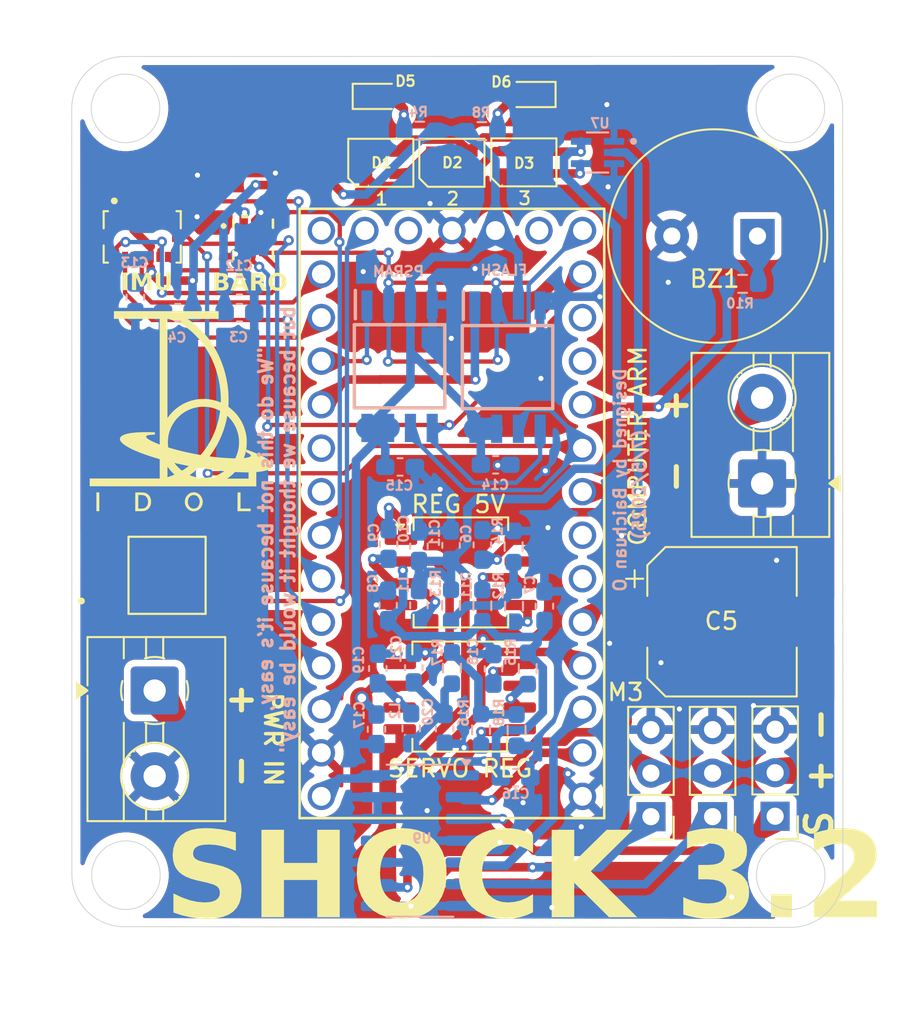
<source format=kicad_pcb>
(kicad_pcb (version 20241229) (generator "pcbnew") (generator_version "9.0")
  (layers (0 "F.Cu" signal) (2 "B.Cu" signal) (13 "F.Paste" user) (15 "B.Paste" user) (5 "F.SilkS" user "F.Silkscreen") (7 "B.SilkS" user "B.Silkscreen") (1 "F.Mask" user) (3 "B.Mask" user) (25 "Edge.Cuts" user))
  (net 0 "")
  (net 1 "Net-(BZ1-+)")
  (net 2 "GND")
  (net 3 "+5V")
  (net 4 "+3V3")
  (net 5 "Net-(D1-DIN)")
  (net 7 "Net-(D2-DIN)")
  (net 8 "Net-(D3-DIN)")
  (net 9 "Net-(D5-A)")
  (net 10 "Net-(D6-A)")
  (net 11 "+BATT")
  (net 12 "/ARM")
  (net 13 "Net-(M1-PWM)")
  (net 14 "Net-(M2-PWM)")
  (net 15 "Net-(M3-PWM)")
  (net 16 "/OnOff")
  (net 17 "/BUZZER")
  (net 18 "/MOSI")
  (net 19 "/BARO_INT")
  (net 20 "/MISO")
  (net 21 "/CS_GYRO")
  (net 22 "/CS_FLASH")
  (net 24 "/LED")
  (net 25 "/GYRO_INT")
  (net 27 "/CS_ACCEL")
  (net 28 "/CS_PSRAM")
  (net 29 "/CS_BARO")
  (net 30 "/ACCEL_INT")
  (net 31 "/SERVO1")
  (net 32 "/SERVO2")
  (net 33 "/SERVO3")
  (net 34 "/SCK")
  (net 40 "+5V_SERVO")
  (net 43 "Net-(U4-VCC)")
  (net 48 "Net-(U4-BOOT)")
  (net 49 "Net-(U4-SW)")
  (net 50 "Net-(U8-VCC)")
  (net 51 "Net-(U8-SW)")
  (net 52 "Net-(U8-BOOT)")
  (net 53 "Net-(U4-EN)")
  (net 54 "Net-(U4-FB)")
  (net 55 "Net-(R12-Pad1)")
  (net 56 "Net-(U8-EN)")
  (net 57 "Net-(R16-Pad1)")
  (net 58 "Net-(U8-FB)")
  (footprint "Package_SO:SOIC-8_5.3x6.2mm_P1.27mm" (layer "F.Cu") (at 129.478934 87.730001)
    (property "Reference" "U8" (hide yes))
    (property "Value" "RT8299A" (hide yes))
  )
  (footprint "LED_SMD:LED_0603_1608Metric" (layer "F.Cu") (at 124.72 52.7)
    (property "Reference" "D5" (hide yes))
    (property "Value" "LED" (hide yes))
  )
  (footprint "LED_SMD:LED_SK6805_PLCC4_2.4x2.7mm_P1.3mm" (layer "F.Cu") (at 124.875 56.575)
    (property "Reference" "D1" (hide yes))
    (property "Value" "SK6812MINI" (hide yes))
  )
  (footprint "Bai:Teensy4.0" (layer "F.Cu") (at 129.025 77.04 180)
    (property "Reference" "U1" (hide yes))
    (property "Value" "Teensy 4.0" (hide yes))
  )
  (footprint "Capacitor_SMD:CP_Elec_8x10.5" (layer "F.Cu") (at 144.79 83.36)
    (property "Reference" "C5")
    (property "Value" "100uF")
  )
  (footprint "Bai:SW_TL3305BF160QG" (layer "F.Cu") (at 112.4 80.65)
    (property "Reference" "On/Off1" (hide yes))
    (property "Value" "TL3305BF160QG" (hide yes))
  )
  (footprint "Connector_PinHeader_2.54mm:PinHeader_1x03_P2.54mm_Vertical" (layer "F.Cu") (at 144.24 94.735 180)
    (property "Reference" "M2" (hide yes))
    (property "Value" "Motor_Servo" (hide yes))
  )
  (footprint "BMP390:BMP390SMT" (layer "F.Cu") (at 117.425 61.05)
    (property "Reference" "U2" (hide yes))
    (property "Value" "BMP390" (hide yes))
  )
  (footprint "TerminalBlock:TerminalBlock_MaiXu_MX126-5.0-02P_1x02_P5.00mm" (layer "F.Cu") (at 111.675 87.375 -90)
    (property "Reference" "J1" (hide yes))
    (property "Value" "PWR IN")
  )
  (footprint "LED_SMD:LED_0603_1608Metric" (layer "F.Cu") (at 133.59 52.59 180)
    (property "Reference" "D6" (hide yes))
    (property "Value" "LED" (hide yes))
  )
  (footprint "Logos:THICC LOGO" (layer "F.Cu") (at 112.631776 70.34782)
    (property "Reference" "G***" (hide yes))
    (property "Value" "LOGO" (hide yes))
  )
  (footprint "LED_SMD:LED_SK6805_PLCC4_2.4x2.7mm_P1.3mm" (layer "F.Cu") (at 129.025 56.575)
    (property "Reference" "D2" (hide yes))
    (property "Value" "SK6812MINI" (hide yes))
  )
  (footprint "Connector_PinHeader_2.54mm:PinHeader_1x03_P2.54mm_Vertical" (layer "F.Cu") (at 140.639999 94.735001 180)
    (property "Reference" "M3")
    (property "Value" "Motor_Servo" (hide yes))
  )
  (footprint "Connector_PinHeader_2.54mm:PinHeader_1x03_P2.54mm_Vertical" (layer "F.Cu") (at 147.889999 94.71 180)
    (property "Reference" "M1" (hide yes))
    (property "Value" "Motor_Servo" (hide yes))
  )
  (footprint "Bai:BMI088SMT" (layer "F.Cu") (at 110.95 60.9)
    (property "Reference" "U3" (hide yes))
    (property "Value" "BMI088" (hide yes))
  )
  (footprint "Buzzer_Beeper:Buzzer_TDK_PS1240P02BT_D12.2mm_H6.5mm" (layer "F.Cu") (at 146.86 60.85 180)
    (property "Reference" "BZ1")
    (property "Value" "Buzzer" (hide yes))
  )
  (footprint "Package_SO:SOIC-8_5.3x6.2mm_P1.27mm" (layer "F.Cu") (at 129.55 80.48)
    (property "Reference" "U4" (hide yes))
    (property "Value" "RT8299A" (hide yes))
  )
  (footprint "TerminalBlock:TerminalBlock_MaiXu_MX126-5.0-02P_1x02_P5.00mm" (layer "F.Cu") (at 147.13 75.29 90)
    (property "Reference" "J2" (hide yes))
    (property "Value" "COMPUTER ARM")
  )
  (footprint "LED_SMD:LED_SK6805_PLCC4_2.4x2.7mm_P1.3mm" (layer "F.Cu") (at 133.225 56.55)
    (property "Reference" "D3" (hide yes))
    (property "Value" "SK6812MINI" (hide yes))
  )
  (footprint "Resistor_SMD:R_0603_1608Metric_Pad0.98x0.95mm_HandSolder" (layer "B.Cu") (at 130.8 82.424998 -90)
    (property "Reference" "R11")
    (property "Value" "100K")
  )
  (footprint "Bai:SOT65P210X110-5N" (layer "B.Cu") (at 137.525 55.975 180)
    (property "Reference" "U7")
    (property "Value" "SN74AHCT1G125DCKR" (hide yes))
  )
  (footprint "Capacitor_SMD:C_0603_1608Metric_Pad1.08x0.95mm_HandSolder" (layer "B.Cu") (at 132.74 92.457499 180)
    (property "Reference" "C16")
    (property "Value" "1uF")
  )
  (footprint "Capacitor_SMD:C_0603_1608Metric_Pad1.08x0.95mm_HandSolder" (layer "B.Cu") (at 131.575 74.2)
    (property "Reference" "C14")
    (property "Value" "0.1uF" (hide yes))
  )
  (footprint "Capacitor_SMD:C_0603_1608Metric_Pad1.08x0.95mm_HandSolder" (layer "B.Cu") (at 127.1 78.949998 -90)
    (property "Reference" "C10")
    (property "Value" "22uF")
  )
  (footprint "Capacitor_SMD:C_0603_1608Metric_Pad1.08x0.95mm_HandSolder" (layer "B.Cu") (at 134.425 82.449998 -90)
    (property "Reference" "C7")
    (property "Value" "1uF" (hide yes))
  )
  (footprint "Capacitor_SMD:C_0603_1608Metric_Pad1.08x0.95mm_HandSolder" (layer "B.Cu") (at 125.3 82.399998 -90)
    (property "Reference" "C8")
    (property "Value" "1uF")
  )
  (footprint "Resistor_SMD:R_0603_1608Metric_Pad0.98x0.95mm_HandSolder" (layer "B.Cu") (at 132.65 82.449998 -90)
    (property "Reference" "R12")
    (property "Value" "18k")
  )
  (footprint "Resistor_SMD:R_0603_1608Metric_Pad0.98x0.95mm_HandSolder" (layer "B.Cu") (at 132.625 78.974998 -90)
    (property "Reference" "R14")
    (property "Value" "5.1k")
  )
  (footprint "Bai:SOIC127P790X216-8N" (layer "B.Cu") (at 125.97 68.45 -90)
    (property "Reference" "U6" (hide yes))
    (property "Value" "PSRAM - APS6404L_3SQR" (hide yes))
  )
  (footprint "Resistor_SMD:R_0603_1608Metric_Pad0.98x0.95mm_HandSolder" (layer "B.Cu") (at 145.99 63.64)
    (property "Reference" "R10")
    (property "Value" "50R" (hide yes))
  )
  (footprint "Capacitor_SMD:C_0603_1608Metric_Pad1.08x0.95mm_HandSolder" (layer "B.Cu") (at 116.625 65.325)
    (property "Reference" "C3")
    (property "Value" "0.1uF" (hide yes))
  )
  (footprint "Resistor_SMD:R_0603_1608Metric_Pad0.98x0.95mm_HandSolder" (layer "B.Cu") (at 128.975 82.399998 90)
    (property "Reference" "R13")
    (property "Value" "27k")
  )
  (footprint "Resistor_SMD:R_0603_1608Metric_Pad0.98x0.95mm_HandSolder" (layer "B.Cu") (at 133.45 86.087501 90)
    (property "Reference" "R15")
    (property "Value" "100K")
  )
  (footprint "Capacitor_SMD:C_0603_1608Metric_Pad1.08x0.95mm_HandSolder" (layer "B.Cu") (at 124.625 89.637501 90)
    (property "Reference" "C17")
    (property "Value" "1uF")
  )
  (footprint "Capacitor_SMD:C_0603_1608Metric_Pad1.08x0.95mm_HandSolder" (layer "B.Cu") (at 126.8 86.037501 -90)
    (property "Reference" "C21")
    (property "Value" "22uF")
  )
  (footprint "Capacitor_SMD:C_0603_1608Metric_Pad1.08x0.95mm_HandSolder" (layer "B.Cu") (at 128.6 89.612501 90)
    (property "Reference" "C20")
    (property "Value" "22uF")
  )
  (footprint "Package_SO:SOIC-14_3.9x8.7mm_P1.27mm" (layer "B.Cu") (at 127.16 96.1375 180)
    (property "Reference" "U9")
    (property "Value" "SN74HCT125DR" (hide yes))
  )
  (footprint "Capacitor_SMD:C_0603_1608Metric_Pad1.08x0.95mm_HandSolder" (layer "B.Cu") (at 110.55 64.425 -90)
    (property "Reference" "C13")
    (property "Value" "0.1uF")
  )
  (footprint "Inductor_SMD:L_0603_1608Metric_Pad1.05x0.95mm_HandSolder" (layer "B.Cu") (at 127.1 82.399998 90)
    (property "Reference" "L1")
    (property "Value" "6.8uH" (hide yes))
  )
  (footprint "Capacitor_SMD:C_0603_1608Metric_Pad1.08x0.95mm_HandSolder" (layer "B.Cu") (at 128.975 78.899998 -90)
    (property "Reference" "C11")
    (property "Value" "22uF")
  )
  (footprint "Resistor_SMD:R_0603_1608Metric_Pad0.98x0.95mm_HandSolder" (layer "B.Cu") (at 127.15 54.7 180)
    (property "Reference" "R4")
    (property "Value" "68R" (hide yes))
  )
  (footprint "Capacitor_SMD:C_0603_1608Metric_Pad1.08x0.95mm_HandSolder" (layer "B.Cu") (at 126 74.325)
    (property "Reference" "C15")
    (property "Value" "0.1uF" (hide yes))
  )
  (footprint "Capacitor_SMD:C_0603_1608Metric_Pad1.08x0.95mm_HandSolder" (layer "B.Cu") (at 125.325 78.824998 90)
    (property "Reference" "C9")
    (property "Value" "0.1uF")
  )
  (footprint "Resistor_SMD:R_0603_1608Metric_Pad0.98x0.95mm_HandSolder" (layer "B.Cu") (at 132.8 89.687501 90)
    (property "Reference" "R18")
    (property "Value" "5.1k")
  )
  (footprint "Resistor_SMD:R_0603_1608Metric_Pad0.98x0.95mm_HandSolder" (layer "B.Cu") (at 129.025 86.062501 -90)
    (property "Reference" "R17")
    (property "Value" "27k")
  )
  (footprint "Inductor_SMD:L_0603_1608Metric_Pad1.05x0.95mm_HandSolder" (layer "B.Cu") (at 126.65 89.587501 -90)
    (property "Reference" "L2")
    (property "Value" "6.8uH")
  )
  (footprint "Capacitor_SMD:C_0603_1608Metric_Pad1.08x0.95mm_HandSolder" (layer "B.Cu") (at 113.025 65.325 180)
    (property "Reference" "C4")
    (property "Value" "0.1uF" (hide yes))
  )
  (footprint "Capacitor_SMD:C_0603_1608Metric_Pad1.08x0.95mm_HandSolder" (layer "B.Cu") (at 130.8 78.874998 -90)
    (property "Reference" "C6")
    (property "Value" "1uF")
  )
  (footprint "Bai:SOIC127P790X216-8N" (layer "B.Cu") (at 132.27 68.5 -90)
    (property "Reference" "U5" (hide yes))
    (property "Value" "Flash_W25Q128JVSQ" (hide yes))
  )
  (footprint "Capacitor_SMD:C_0603_1608Metric_Pad1.08x0.95mm_HandSolder" (layer "B.Cu") (at 124.7 86.087501 90)
    (property "Reference" "C19")
    (property "Value" "0.1uF")
  )
  (footprint "Capacitor_SMD:C_0603_1608Metric_Pad1.08x0.95mm_HandSolder" (layer "B.Cu") (at 116.625 63.75)
    (property "Reference" "C12")
    (property "Value" "0.1uF")
  )
  (footprint "Resistor_SMD:R_0603_1608Metric_Pad0.98x0.95mm_HandSolder" (layer "B.Cu") (at 130.775 54.725)
    (property "Reference" "R8")
    (property "Value" "68R" (hide yes))
  )
  (footprint "Capacitor_SMD:C_0603_1608Metric_Pad1.08x0.95mm_HandSolder" (layer "B.Cu") (at 131.45 86.112501 -90)
    (property "Reference" "C18")
    (property "Value" "1uF")
  )
  (footprint "Resistor_SMD:R_0603_1608Metric_Pad0.98x0.95mm_HandSolder" (layer "B.Cu") (at 130.725 89.662501 -90)
    (property "Reference" "R16")
    (property "Value" "18k")
  )
  (gr_line (start 151.830037 53.41) (end 151.844934 98.15) (stroke (width 0.05)) (layer "Edge.Cuts"))
  (gr_circle (center 110 98.15) (end 112 98.15) (stroke (width 0.05)) (fill no) (layer "Edge.Cuts"))
  (gr_arc (start 151.844934 98.154802) (mid 150.951398 100.304793) (end 148.8 101.194938) (stroke (width 0.05)) (layer "Edge.Cuts"))
  (gr_circle (center 148.775062 53.4) (end 150.775062 53.4) (stroke (width 0.05)) (fill no) (layer "Edge.Cuts"))
  (gr_arc (start 106.836242 53.414652) (mid 107.729795 51.264695) (end 109.881176 50.374516) (stroke (width 0.05)) (layer "Edge.Cuts"))
  (gr_circle (center 148.8 98.15) (end 150.8 98.15) (stroke (width 0.05)) (fill no) (layer "Edge.Cuts"))
  (gr_line (start 148.8 101.194938) (end 109.885198 101.154934) (stroke (width 0.05)) (layer "Edge.Cuts"))
  (gr_arc (start 148.789864 50.365066) (mid 150.939855 51.258602) (end 151.83 53.41) (stroke (width 0.05)) (layer "Edge.Cuts"))
  (gr_arc (start 109.885198 101.154934) (mid 107.735207 100.261398) (end 106.845062 98.11) (stroke (width 0.05)) (layer "Edge.Cuts"))
  (gr_line (start 106.845063 98.11) (end 106.836242 53.414652) (stroke (width 0.05)) (layer "Edge.Cuts"))
  (gr_circle (center 109.975062 53.4) (end 111.975062 53.4) (stroke (width 0.05)) (fill no) (layer "Edge.Cuts"))
  (gr_line (start 109.881176 50.374578) (end 148.784318 50.365067) (stroke (width 0.05)) (layer "Edge.Cuts"))
  (gr_text "SERVO REG" (at 129.5 91.925 0) (layer "F.SilkS") (effects (font (size 1 1))))
  (gr_text "REG 5V" (at 129.4 76.5 0) (layer "F.SilkS") (effects (font (size 1 1))))
  (gr_text "S + - " (at 151.34 96.06 90) (layer "F.SilkS") (effects (font (size 1.5 1.5) (thickness 0.3) (bold yes)) (justify left bottom)))
  (gr_text "BARO" (at 115.025 64.2 0) (layer "F.SilkS") (effects (font (size 1 1) (thickness 0.1875)) (justify left bottom)))
  (gr_text "IMU" (at 109.7 64.175 0) (layer "F.SilkS") (effects (font (size 1 1) (thickness 0.1875)) (justify left bottom)))
  (gr_text "+  - " (at 142.23 73.38 270) (layer "F.SilkS") (effects (font (size 1.5 1.5) (thickness 0.3) (bold yes))))
  (gr_text "SHOCK 3.2" (at 112.225 101.45 0) (layer "F.SilkS") (effects (font (size 5 5) (thickness 0.6) (bold yes)) (justify left bottom)))
  (gr_text "+  - " (at 116.85 90.575 270) (layer "F.SilkS") (effects (font (size 1.5 1.5) (thickness 0.3) (bold yes))))
  (gr_text "{dblquote}We do this not because it's easy,\nbut because we thought it would be easy{dblquote}" (at 118.81 77.97 90) (layer "B.SilkS") (effects (font (size 0.8 0.8) (thickness 0.18) (bold yes)) (justify mirror)))
  (gr_text "PSRAM\n" (at 127.475 63.275 0) (layer "B.SilkS") (effects (font (size 0.6 0.6) (thickness 0.13)) (justify left bottom mirror)))
  (gr_text "Designed by Baichuan O \n(7/5/2025)" (at 140.375 75.35 90) (layer "B.SilkS") (effects (font (size 0.7 0.7) (thickness 0.15) (bold yes)) (justify bottom mirror)))
  (gr_text "FLASH" (at 133.5 63.2 0) (layer "B.SilkS") (effects (font (size 0.6 0.6) (thickness 0.13)) (justify left bottom mirror)))
  (segment (start 146.900785 60.9) (end 146.900785 63.638285) (width 0.5) (layer "B.Cu") (net 1))
  (segment (start 146.900785 63.638285) (end 146.9025 63.64) (width 0.5) (layer "B.Cu") (net 1))
  (segment (start 117.425 60.2626) (end 117.425 59.925) (width 0.25) (layer "F.Cu") (net 2))
  (segment (start 116.424632 61.899632) (end 116.45 61.925) (width 0.25) (layer "F.Cu") (net 2))
  (segment (start 110.95 59.735) (end 110.95 60.257) (width 0.25) (layer "F.Cu") (net 2))
  (segment (start 114.3 57.175) (end 114.175 57.3) (width 0.5) (layer "F.Cu") (net 2))
  (segment (start 118.775 57.225) (end 118.725 57.175) (width 0.5) (layer "F.Cu") (net 2))
  (segment (start 124.93 82.06) (end 125.725 82.06) (width 0.5) (layer "F.Cu") (net 2))
  (segment (start 116.837401 61.925) (end 116.925001 61.8374) (width 0.25) (layer "F.Cu") (net 2))
  (segment (start 127.324 57.926) (end 124.576 57.926) (width 0.5) (layer "F.Cu") (net 2))
  (segment (start 111.95 60.28) (end 111.95 59.735) (width 0.25) (layer "F.Cu") (net 2))
  (segment (start 124.576 57.926) (end 123.875 57.225) (width 0.5) (layer "F.Cu") (net 2))
  (segment (start 114.14 59.735) (end 114.15 59.725) (width 0.25) (layer "F.Cu") (net 2))
  (segment (start 117.425 59.925) (end 117.875 59.475) (width 0.25) (layer "F.Cu") (net 2))
  (segment (start 131.699999 74.228865) (end 134.441134 76.97) (width 0.5) (layer "F.Cu") (net 2))
  (segment (start 116.45 61.925) (end 116.837401 61.925) (width 0.25) (layer "F.Cu") (net 2))
  (segment (start 118.725 57.175) (end 114.3 57.175) (width 0.5) (layer "F.Cu") (net 2))
  (segment (start 131.699999 74.228865) (end 129.741135 74.228865) (width 0.5) (layer "F.Cu") (net 2))
  (segment (start 112.45 59.735) (end 114.14 59.735) (width 0.5) (layer "F.Cu") (net 2))
  (segment (start 124.61 82.38) (end 124.93 82.06) (width 0.5) (layer "F.Cu") (net 2))
  (segment (start 117.425 60.2626) (end 117.924999 60.2626) (width 0.25) (layer "F.Cu") (net 2))
  (segment (start 117.924999 59.524999) (end 117.875 59.475) (width 0.25) (layer "F.Cu") (net 2))
  (segment (start 128.025 57.225) (end 127.324 57.926) (width 0.5) (layer "F.Cu") (net 2))
  (segment (start 132.225 57.2) (end 131.5 57.925) (width 0.5) (layer "F.Cu") (net 2))
  (segment (start 111.924 60.306) (end 111.95 60.28) (width 0.25) (layer "F.Cu") (net 2))
  (segment (start 110.999 60.306) (end 111.924 60.306) (width 0.25) (layer "F.Cu") (net 2))
  (segment (start 123.875 57.225) (end 118.775 57.225) (width 0.5) (layer "F.Cu") (net 2))
  (segment (start 125.725 82.06) (end 126.05 82.385) (width 0.5) (layer "F.Cu") (net 2))
  (segment (start 116.397255 61.899632) (end 116.424632 61.899632) (width 0.25) (layer "F.Cu") (net 2))
  (segment (start 117.924999 60.2626) (end 117.924999 59.524999) (width 0.25) (layer "F.Cu") (net 2))
  (segment (start 110.95 60.257) (end 110.999 60.306) (width 0.25) (layer "F.Cu") (net 2))
  (segment (start 131.5 57.925) (end 128.725 57.925) (width 0.5) (layer "F.Cu") (net 2))
  (segment (start 128.725 57.925) (end 128.025 57.225) (width 0.5) (layer "F.Cu") (net 2))
  (segment (start 129.741135 74.228865) (end 128.34 75.63) (width 0.5) (layer "F.Cu") (net 2))
  (segment (start 134.441134 76.97) (end 137.56 76.97) (width 0.5) (layer "F.Cu") (net 2))
  (segment (start 137.56 76.97) (end 138.93 78.34) (width 0.5) (layer "F.Cu") (net 2))
  (via (at 116.397255 61.899632) (size 0.6) (drill 0.3) (layers "F.Cu" "B.Cu") (net 2))
  (via (at 138.23 84.62) (size 0.6) (drill 0.3) (layers "F.Cu" "B.Cu") (net 2))
  (via (at 145.35 99.425) (size 0.6) (drill 0.3) (layers "F.Cu" "B.Cu") (net 2))
  (via (at 137.66 64.39) (size 0.6) (drill 0.3) (layers "F.Cu" "B.Cu") (net 2))
  (via (at 129.73 90.71) (size 0.6) (drill 0.3) (layers "F.Cu" "B.Cu") (net 2))
  (via (at 127.58 94.38) (size 0.6) (drill 0.3) (layers "F.Cu" "B.Cu") (net 2))
  (via (at 127.75 58.95) (size 0.6) (drill 0.3) (layers "F.Cu" "B.Cu") (net 2))
  (via (at 142.3 88.45) (size 0.6) (drill 0.3) (layers "F.Cu" "B.Cu") (net 2))
  (via (at 138.07 53.18) (size 0.6) (drill 0.3) (layers "F.Cu" "B.Cu") (net 2))
  (via (at 133.18 93.92) (size 0.6) (drill 0.3) (layers "F.Cu" "B.Cu") (net 2))
  (via (at 141.225 85.75) (size 0.6) (drill 0.3) (layers "F.Cu" "B.Cu") (net 2))
  (via (at 147.975 79.775) (size 0.6) (drill 0.3) (layers "F.Cu" "B.Cu") (net 2))
  (via (at 134.63 77.87) (size 0.6) (drill 0.3) (layers "F.Cu" "B.Cu") (net 2))
  (via (at 114.15 59.725) (size 0.6) (drill 0.3) (layers "F.Cu" "B.Cu") (net 2))
  (via (at 128.34 75.63) (size 0.6) (drill 0.3) (layers "F.Cu" "B.Cu") (net 2))
  (via (at 134.22 69.16) (size 0.6) (drill 0.3) (layers "F.Cu" "B.Cu") (net 2))
  (via (at 141.65 63.55) (size 0.6) (drill 0.3) (layers "F.Cu" "B.Cu") (net 2))
  (via (at 138.93 78.34) (size 0.6) (drill 0.3) (layers "F.Cu" "B.Cu") (net 2))
  (via (at 124.61 82.38) (size 0.6) (drill 0.3) (layers "F.Cu" "B.Cu") (net 2))
  (via (at 134.475 74.55) (size 0.6) (drill 0.3) (layers "F.Cu" "B.Cu") (net 2))
  (via (at 146.625 88.25) (size 0.6) (drill 0.3) (layers "F.Cu" "B.Cu") (net 2))
  (via (at 130.375 62.75) (size 0.6) (drill 0.3) (layers "F.Cu" "B.Cu") (net 2))
  (via (at 136.575 95.325) (size 0.6) (drill 0.3) (layers "F.Cu" "B.Cu") (net 2))
  (via (at 117.875 59.475) (size 0.6) (drill 0.3) (layers "F.Cu" "B.Cu") (net 2))
  (via (at 118.725 57.175) (size 0.6) (drill 0.3) (layers "F.Cu" "B.Cu") (net 2))
  (via (at 135.8 92.22) (size 0.6) (drill 0.3) (layers "F.Cu" "B.Cu") (net 2))
  (via (at 138.14 57.98) (size 0.6) (drill 0.3) (layers "F.Cu" "B.Cu") (net 2))
  (via (at 127.47 85.17) (size 0.6) (drill 0.3) (layers "F.Cu" "B.Cu") (net 2))
  (via (at 131.825 96.225) (size 0.6) (drill 0.3) (layers "F.Cu" "B.Cu") (net 2))
  (via (at 131.699999 74.228865) (size 0.6) (drill 0.3) (layers "F.Cu" "B.Cu") (net 2))
  (via (at 123.85 62.925) (size 0.6) (drill 0.3) (layers "F.Cu" "B.Cu") (net 2))
  (via (at 114.175 57.3) (size 0.6) (drill 0.3) (layers "F.Cu" "B.Cu") (net 2))
  (via (at 131.7 77.9) (size 0.6) (drill 0.3) (layers "F.Cu" "B.Cu") (net 2))
  (via (at 130.848776 84.376224) (size 0.6) (drill 0.3) (layers "F.Cu" "B.Cu") (net 2))
  (via (at 134.86 100.04) (size 0.6) (drill 0.3) (layers "F.Cu" "B.Cu") (net 2))
  (via (at 128.99 66.82) (size 0.6) (drill 0.3) (layers "F.Cu" "B.Cu") (net 2))
  (segment (start 118.725 58.625) (end 118.725 57.175) (width 0.5) (layer "B.Cu") (net 2))
  (segment (start 117.4875 64.1375) (end 117.4875 65.325) (width 0.25) (layer "B.Cu") (net 2))
  (segment (start 117.4875 63.5125) (end 117.4875 63.75) (width 0.5) (layer "B.Cu") (net 2))
  (segment (start 130.848776 84.376224) (end 131.45 84.977448) (width 0.5) (layer "B.Cu") (net 2))
  (segment (start 128.1675 75.63) (end 126.8625 74.325) (width 0.5) (layer "B.Cu") (net 2))
  (segment (start 128.34 75.63) (end 128.1675 75.63) (width 0.5) (layer "B.Cu") (net 2))
  (segment (start 117.4875 63.75) (end 117.4875 65.325) (width 0.5) (layer "B.Cu") (net 2))
  (segment (start 116.397255 62.422255) (end 117.4875 63.5125) (width 0.5) (layer "B.Cu") (net 2))
  (segment (start 116.397255 61.899632) (end 116.397255 62.422255) (width 0.5) (layer "B.Cu") (net 2))
  (segment (start 131.45 84.977448) (end 131.45 85.25) (width 0.5) (layer "B.Cu") (net 2))
  (segment (start 131.728864 74.2) (end 131.699999 74.228865) (width 0.5) (layer "B.Cu") (net 2))
  (segment (start 124.822503 81.537497) (end 125.3 81.537497) (width 0.5) (layer "B.Cu") (net 2))
  (segment (start 114.15 59.725) (end 114.15 57.325) (width 0.5) (layer "B.Cu") (net 2))
  (segment (start 134.685 64.39) (end 137.66 64.39) (width 0.5) (layer "B.Cu") (net 2))
  (segment (start 124.61 82.38) (end 124.61 81.75) (width 0.5) (layer "B.Cu") (net 2))
  (segment (start 132.437501 74.2) (end 131.728864 74.2) (width 0.5) (layer "B.Cu") (net 2))
  (segment (start 124.61 81.75) (end 124.822503 81.537497) (width 0.5) (layer "B.Cu") (net 2))
  (segment (start 134.175 64.9) (end 134.685 64.39) (width 0.5) (layer "B.Cu") (net 2))
  (segment (start 112.075001 65.412498) (end 112.162499 65.325) (width 0.5) (layer "B.Cu") (net 2))
  (segment (start 114.15 57.325) (end 114.175 57.3) (width 0.5) (layer "B.Cu") (net 2))
  (segment (start 117.875 59.475) (end 118.725 58.625) (width 0.5) (layer "B.Cu") (net 2))
  (segment (start 133.524 55.099) (end 134.225 55.8) (width 0.5) (layer "F.Cu") (net 3))
  (segment (start 134.250186 55.925186) (end 134.225 55.9) (width 0.5) (layer "F.Cu") (net 3))
  (segment (start 129.324 55.224) (end 130.025 55.925) (width 0.5) (layer "F.Cu") (net 3))
  (segment (start 125.875 55.925) (end 126.576 55.224) (width 0.5) (layer "F.Cu") (net 3))
  (segment (start 130.851 55.099) (end 133.524 55.099) (width 0.5) (layer "F.Cu") (net 3))
  (segment (start 129.81 88.25) (end 129.81 80.65) (width 0.5) (layer "F.Cu") (net 3))
  (segment (start 126.576 55.224) (end 129.324 55.224) (width 0.5) (layer "F.Cu") (net 3))
  (segment (start 126.09 91.97) (end 129.81 88.25) (width 0.5) (layer "F.Cu") (net 3))
  (segment (start 136.54885 55.925186) (end 134.250186 55.925186) (width 0.5) (layer "F.Cu") (net 3))
  (segment (start 130.025 55.925) (end 130.851 55.099) (width 0.5) (layer "F.Cu") (net 3))
  (via (at 136.54885 55.925186) (size 0.6) (drill 0.3) (layers "F.Cu" "B.Cu") (net 3))
  (via (at 126.09 91.97) (size 0.6) (drill 0.3) (layers "F.Cu" "B.Cu") (net 3))
  (via (at 129.81 80.65) (size 0.6) (drill 0.3) (layers "F.Cu" "B.Cu") (net 3))
  (segment (start 127.1 79.812499) (end 128.925 79.812499) (width 0.5) (layer "B.Cu") (net 3))
  (segment (start 129.81 80.597499) (end 128.975 79.762499) (width 0.5) (layer "B.Cu") (net 3))
  (segment (start 127.1 80.999999) (end 127.1 81.524999) (width 0.5) (layer "B.Cu") (net 3))
  (segment (start 128.975 81.078163) (end 128.345065 80.448228) (width 0.5) (layer "B.Cu") (net 3))
  (segment (start 137.564636 74.431) (end 138.65 73.345636) (width 0.5) (layer "B.Cu") (net 3))
  (segment (start 136.565 55.325) (end 136.565 55.909036) (width 0.5) (layer "B.Cu") (net 3))
  (segment (start 135.569 57.294) (end 135.569 56.286804) (width 0.5) (layer "B.Cu") (net 3))
  (segment (start 135.569 56.286804) (end 135.930618 55.925186) (width 0.5) (layer "B.Cu") (net 3))
  (segment (start 128.925 79.812499) (end 128.975 79.762499) (width 0.5) (layer "B.Cu") (net 3))
  (segment (start 129.924 76.726) (end 130.449 76.201) (width 0.5) (layer "B.Cu") (net 3))
  (segment (start 134.417876 76.201) (end 134.493876 76.125) (width 0.5) (layer "B.Cu") (net 3))
  (segment (start 130.449 76.201) (end 133.982124 76.201) (width 0.5) (layer "B.Cu") (net 3))
  (segment (start 124.685 92.3275) (end 125.7325 92.3275) (width 0.5) (layer "B.Cu") (net 3))
  (segment (start 127.651771 80.448228) (end 127.1 80.999999) (width 0.5) (layer "B.Cu") (net 3))
  (segment (start 134.726 75.892876) (end 136.187876 74.431) (width 0.5) (layer "B.Cu") (net 3))
  (segment (start 128.975 79.762499) (end 128.975 81.487498) (width 0.5) (layer "B.Cu") (net 3))
  (segment (start 133.982124 76.201) (end 134.417876 76.201) (width 0.5) (layer "B.Cu") (net 3))
  (segment (start 128.975 79.762499) (end 129.924 78.813499) (width 0.5) (layer "B.Cu") (net 3))
  (segment (start 136.187876 74.431) (end 137.142471 74.431) (width 0.5) (layer "B.Cu") (net 3))
  (segment (start 128.975 81.487498) (end 128.975 81.078163) (width 0.5) (layer "B.Cu") (net 3))
  (segment (start 127.1 81.524999) (end 127.1 79.812499) (width 0.5) (layer "B.Cu") (net 3))
  (segment (start 128.345065 80.448228) (end 127.651771 80.448228) (width 0.5) (layer "B.Cu") (net 3))
  (segment (start 136.565 55.909036) (end 136.54885 55.925186) (width 0.5) (layer "B.Cu") (net 3))
  (segment (start 135.930618 55.925186) (end 136.54885 55.925186) (width 0.5) (layer "B.Cu") (net 3))
  (segment (start 129.924 78.813499) (end 129.924 76.726) (width 0.5) (layer "B.Cu") (net 3))
  (segment (start 129.81 80.65) (end 129.81 80.597499) (width 0.5) (layer "B.Cu") (net 3))
  (segment (start 138.65 73.345636) (end 138.65 60.375) (width 0.5) (layer "B.Cu") (net 3))
  (segment (start 137.142471 74.431) (end 137.564636 74.431) (width 0.5) (layer "B.Cu") (net 3))
  (segment (start 134.493876 76.125) (end 134.726 75.892876) (width 0.5) (layer "B.Cu") (net 3))
  (segment (start 125.7325 92.3275) (end 126.09 91.97) (width 0.5) (layer "B.Cu") (net 3))
  (segment (start 122.445 92.51) (end 121.405 93.55) (width 0.5) (layer "B.Cu") (net 3))
  (segment (start 138.65 60.375) (end 135.569 57.294) (width 0.5) (layer "B.Cu") (net 3))
  (segment (start 124.78 92.51) (end 122.445 92.51) (width 0.5) (layer "B.Cu") (net 3))
  (segment (start 111.4 61.45) (end 111.45 61.45) (width 0.5) (layer "F.Cu") (net 4))
  (segment (start 113.887501 63.45) (end 111.925 63.45) (width 0.5) (layer "F.Cu") (net 4))
  (segment (start 111.45 62.975) (end 111.45 62.7) (width 0.5) (layer "F.Cu") (net 4))
  (segment (start 116.925001 60.512599) (end 116.6376 60.8) (width 0.25) (layer "F.Cu") (net 4))
  (segment (start 117.575 57.875) (end 122.15 57.875) (width 0.5) (layer "F.Cu") (net 4))
  (segment (start 116.925001 60.2626) (end 116.925001 60.512599) (width 0.25) (layer "F.Cu") (net 4))
  (segment (start 122.15 57.875) (end 122.7 58.425) (width 0.5) (layer "F.Cu") (net 4))
  (segment (start 111.45 62.065) (end 111.45 61.45) (width 0.25) (layer "F.Cu") (net 4))
  (segment (start 113.95 63.45) (end 113.887501 63.45) (width 0.5) (layer "F.Cu") (net 4))
  (segment (start 110.45 59.735) (end 110.45 60.5) (width 0.25) (layer "F.Cu") (net 4))
  (segment (start 111.925 63.45) (end 111.45 62.975) (width 0.5) (layer "F.Cu") (net 4))
  (segment (start 111.45 62.065) (end 111.45 62.7) (width 0.25) (layer "F.Cu") (net 4))
  (segment (start 110.45 60.5) (end 111.4 61.45) (width 0.5) (layer "F.Cu") (net 4))
  (segment (start 116.8716 59.5284) (end 116.8716 60.2626) (width 0.5) (layer "F.Cu") (net 4))
  (segment (start 116.925 59.475) (end 116.8716 59.5284) (width 0.5) (layer "F.Cu") (net 4))
  (via (at 111.499 62.975) (size 0.6) (drill 0.3) (layers "F.Cu" "B.Cu") (net 4))
  (via (at 122.7 58.425) (size 0.6) (drill 0.3) (layers "F.Cu" "B.Cu") (net 4))
  (via (at 113.887501 63.45) (size 0.6) (drill 0.3) (layers "F.Cu" "B.Cu") (net 4))
  (via (at 117.575 57.875) (size 0.6) (drill 0.3) (layers "F.Cu" "B.Cu") (net 4))
  (via (at 116.925 59.475) (size 0.6) (drill 0.3) (layers "F.Cu" "B.Cu") (net 4))
  (segment (start 115.7625 63.75) (end 115.696255 63.683755) (width 0.5) (layer "B.Cu") (net 4))
  (segment (start 125.1125 72.2725) (end 125.335 72.05) (width 0.5) (layer "B.Cu") (net 4))
  (segment (start 126.605 69.51) (end 124.065 72.05) (width 0.5) (layer "B.Cu") (net 4))
  (segment (start 116.75 59.475) (end 116.925 59.475) (width 0.5) (layer "B.Cu") (net 4))
  (segment (start 131.565 60.53) (end 131.565 56.4275) (width 0.5) (layer "B.Cu") (net 4))
  (segment (start 113.95 63.387501) (end 113.95 61.5) (width 0.5) (layer "B.Cu") (net 4))
  (segment (start 113.887501 63.45) (end 113.887501 65.325) (width 0.5) (layer "B.Cu") (net 4))
  (segment (start 115.7875 59.6625) (end 116.3625 59.0875) (width 0.5) (layer "B.Cu") (net 4))
  (segment (start 121.405 88.47) (end 123.426 86.449) (width 0.5) (layer "B.Cu") (net 4))
  (segment (start 115.696255 63.683755) (end 115.696255 59.753745) (width 0.5) (layer "B.Cu") (net 4))
  (segment (start 125.1375 74.325) (end 125.1375 73.1225) (width 0.5) (layer "B.Cu") (net 4))
  (segment (start 113.95 61.5) (end 115.7875 59.6625) (width 0.5) (layer "B.Cu") (net 4))
  (segment (start 123.426 73.959) (end 125.335 72.05) (width 0.5) (layer "B.Cu") (net 4))
  (segment (start 116.3625 59.0875) (end 117.575 57.875) (width 0.5) (layer "B.Cu") (net 4))
  (segment (start 127.7875 54.65) (end 127.8625 54.725) (width 0.5) (layer "B.Cu") (net 4))
  (segment (start 123.426 86.449) (end 123.426 73.959) (width 0.5) (layer "B.Cu") (net 4))
  (segment (start 116.3625 59.0875) (end 116.75 59.475) (width 0.5) (layer "B.Cu") (net 4))
  (segment (start 125.1375 73.1225) (end 124.065 72.05) (width 0.5) (layer "B.Cu") (net 4))
  (segment (start 130.712499 74.2) (end 130.712499 72.447499) (width 0.5) (layer "B.Cu") (net 4))
  (segment (start 124.0125 58.425) (end 127.7875 54.65) (width 0.5) (layer "B.Cu") (net 4))
  (segment (start 130.712499 72.447499) (end 130.365 72.1) (width 0.5) (layer "B.Cu") (net 4))
  (segment (start 110.55 63.562499) (end 110.911501 63.562499) (width 0.5) (layer "B.Cu") (net 4))
  (segment (start 127.9 62.075) (end 126.605 63.37) (width 0.5) (layer "B.Cu") (net 4))
  (segment (start 124.065 72.05) (end 125.335 72.05) (width 1.3) (layer "B.Cu") (net 4))
  (segment (start 113.887501 65.325) (end 113.887501 64.362499) (width 0.5) (layer "B.Cu") (net 4))
  (segment (start 113.887501 63.45) (end 113.95 63.387501) (width 0.5) (layer "B.Cu") (net 4))
  (segment (start 130.365 72.1) (end 131.349 72.1) (width 1.3) (layer "B.Cu") (net 4))
  (segment (start 126.605 67.6) (end 126.605 69.51) (width 0.5) (layer "B.Cu") (net 4))
  (segment (start 132.905 61.87) (end 132.905 64.9) (width 0.5) (layer "B.Cu") (net 4))
  (segment (start 122.7 58.425) (end 124.0125 58.425) (width 0.5) (layer "B.Cu") (net 4))
  (segment (start 130.365 71.36) (end 126.605 67.6) (width 0.5) (layer "B.Cu") (net 4))
  (segment (start 126.605 64.85) (end 126.605 67.6) (width 0.5) (layer "B.Cu") (net 4))
  (segment (start 115.696255 59.753745) (end 115.7875 59.6625) (width 0.5) (layer "B.Cu") (net 4))
  (segment (start 131.565 60.53) (end 130.02 62.075) (width 0.5) (layer "B.Cu") (net 4))
  (segment (start 130.02 62.075) (end 127.9 62.075) (width 0.5) (layer "B.Cu") (net 4))
  (segment (start 131.565 60.53) (end 132.905 61.87) (width 0.5) (layer "B.Cu") (net 4))
  (segment (start 131.565 56.4275) (end 129.8625 54.725) (width 0.5) (layer "B.Cu") (net 4))
  (segment (start 126.605 63.37) (end 126.605 64.85) (width 0.5) (layer "B.Cu") (net 4))
  (segment (start 110.911501 63.562499) (end 111.499 62.975) (width 0.5) (layer "B.Cu") (net 4))
  (segment (start 127.8625 54.725) (end 129.8625 54.725) (width 0.5) (layer "B.Cu") (net 4))
  (segment (start 115.7625 63.75) (end 115.7625 65.325) (width 0.5) (layer "B.Cu") (net 4))
  (segment (start 130.365 72.1) (end 130.365 71.36) (width 0.5) (layer "B.Cu") (net 4))
  (segment (start 126.423 57.225) (end 127.723 55.925) (width 0.5) (layer "F.Cu") (net 5))
  (segment (start 127.723 55.925) (end 128.025 55.925) (width 0.5) (layer "F.Cu") (net 5))
  (segment (start 125.875 57.225) (end 126.423 57.225) (width 0.5) (layer "F.Cu") (net 5))
  (segment (start 131.55 55.9) (end 132.225 55.9) (width 0.5) (layer "F.Cu") (net 7))
  (segment (start 130.225 57.225) (end 131.55 55.9) (width 0.5) (layer "F.Cu") (net 7))
  (segment (start 130.025 57.225) (end 130.225 57.225) (width 0.5) (layer "F.Cu") (net 7))
  (segment (start 134.225 57.2) (end 136.5 57.2) (width 0.5) (layer "F.Cu") (net 8))
  (via (at 136.5 57.2) (size 0.6) (drill 0.3) (layers "F.Cu" "B.Cu") (net 8))
  (segment (start 136.5 56.69) (end 136.565 56.625) (width 0.5) (layer "B.Cu") (net 8))
  (segment (start 136.5 57.2) (end 136.5 56.69) (width 0.5) (layer "B.Cu") (net 8))
  (segment (start 126.225 53.4175) (end 126.225 53.775) (width 0.5) (layer "F.Cu") (net 9))
  (segment (start 125.5075 52.7) (end 126.225 53.4175) (width 0.5) (layer "F.Cu") (net 9))
  (via (at 126.225 53.775) (size 0.6) (drill 0.3) (layers "F.Cu" "B.Cu") (net 9))
  (segment (start 126.225 53.775) (end 126.225 54.6875) (width 0.5) (layer "B.Cu") (net 9))
  (segment (start 126.225 54.6875) (end 126.2375 54.7) (width 0.5) (layer "B.Cu") (net 9))
  (segment (start 131.7 53.692499) (end 131.7 53.7) (width 0.5) (layer "F.Cu") (net 10))
  (segment (start 132.802499 52.59) (end 131.7 53.692499) (width 0.5) (layer "F.Cu") (net 10))
  (via (at 131.7 53.7) (size 0.6) (drill 0.3) (layers "F.Cu" "B.Cu") (net 10))
  (segment (start 131.7 54.7125) (end 131.6875 54.725) (width 0.5) (layer "B.Cu") (net 10))
  (segment (start 131.7 53.7) (end 131.7 54.7125) (width 0.5) (layer "B.Cu") (net 10))
  (segment (start 128.065 79.845) (end 126.05 79.845) (width 0.5) (layer "F.Cu") (net 11))
  (segment (start 123.74125 87.828752) (end 123.765001 87.805001) (width 0.5) (layer "F.Cu") (net 11))
  (segment (start 128.89 80.67) (end 128.065 79.845) (width 0.5) (layer "F.Cu") (net 11))
  (segment (start 111.675 87.375) (end 111.675 87.955) (width 1.3) (layer "F.Cu") (net 11))
  (segment (start 123.74125 94.90875) (end 123.74125 87.828752) (width 1.3) (layer "F.Cu") (net 11))
  (segment (start 124.357501 87.212501) (end 125.861434 87.212501) (width 0.5) (layer "F.Cu") (net 11))
  (segment (start 125.861434 87.212501) (end 125.978934 87.095001) (width 0.5) (layer "F.Cu") (net 11))
  (segment (start 128.89 85.161366) (end 128.89 80.67) (width 0.5) (layer "F.Cu") (net 11))
  (segment (start 126.16 79.955) (end 126.05 79.845) (width 0.5) (layer "F.Cu") (net 11))
  (segment (start 119.74 96.02) (end 122.63 96.02) (width 1.3) (layer "F.Cu") (net 11))
  (segment (start 126.16 80.365) (end 126.16 79.955) (width 0.5) (layer "F.Cu") (net 11))
  (segment (start 125.978934 87.095001) (end 126.956365 87.095001) (width 0.5) (layer "F.Cu") (net 11))
  (segment (start 123.765001 87.805001) (end 124.357501 87.212501) (width 0.5) (layer "F.Cu") (net 11))
  (segment (start 126.956365 87.095001) (end 128.89 85.161366) (width 0.5) (layer "F.Cu") (net 11))
  (segment (start 111.675 87.955) (end 119.74 96.02) (width 1.3) (layer "F.Cu") (net 11))
  (segment (start 122.63 96.02) (end 123.74125 94.90875) (width 1.3) (layer "F.Cu") (net 11))
  (via (at 123.765001 87.805001) (size 0.8) (drill 0.5) (layers "F.Cu" "B.Cu") (net 11))
  (via (at 126.16 80.365) (size 0.6) (drill 0.3) (layers "F.Cu" "B.Cu") (net 11))
  (segment (start 131.712502 84.25) (end 134.024999 84.25) (width 0.5) (layer "B.Cu") (net 11))
  (segment (start 123.74125 87.828752) (end 124.625 88.712501) (width 0.5) (layer "B.Cu") (net 11))
  (segment (start 130.8 83.337498) (end 129.9365 84.200998) (width 0.5) (layer "B.Cu") (net 11))
  (segment (start 134.024999 84.25) (end 134.425 83.849999) (width 0.5) (layer "B.Cu") (net 11))
  (segment (start 134.024999 84.25) (end 134.024999 84.600002) (width 0.5) (layer "B.Cu") (net 11))
  (segment (start 124.625 88.712501) (end 124.625 88.775) (width 0.5) (layer "B.Cu") (net 11))
  (segment (start 129.9365 84.200998) (end 126.238499 84.200998) (width 0.5) (layer "B.Cu") (net 11))
  (segment (start 111.4875 87.1875) (end 111.675 87.375) (width 1.3) (layer "B.Cu") (net 11))
  (segment (start 131.601 92.181) (end 131.877499 92.457499) (width 0.5) (layer "B.Cu") (net 11))
  (segment (start 125.3 83.262499) (end 126.176 82.386499) (width 0.5) (layer "B.Cu") (net 11))
  (segment (start 126.176 80.381) (end 126.16 80.365) (width 0.5) (layer "B.Cu") (net 11))
  (segment (start 126.176 82.386499) (end 126.176 80.381) (width 0.5) (layer "B.Cu") (net 11))
  (segment (start 131.601 90.053945) (end 131.601 92.181) (width 0.5) (layer "B.Cu") (net 11))
  (segment (start 130.8 83.337498) (end 131.712502 84.25) (width 0.5) (layer "B.Cu") (net 11))
  (segment (start 123.74125 87.828752) (end 123.76 87.810002) (width 0.5) (layer "B.Cu") (net 11))
  (segment (start 134.33 88.642057) (end 133.285556 89.686501) (width 0.5) (layer "B.Cu") (net 11))
  (segment (start 125.3 83.68) (end 125.3 83.262499) (width 0.5) (layer "B.Cu") (net 11))
  (segment (start 134.024999 84.600002) (end 133.45 85.175001) (width 0.5) (layer "B.Cu") (net 11))
  (segment (start 126.238499 84.200998) (end 125.3 83.262499) (width 0.5) (layer "B.Cu") (net 11))
  (segment (start 133.285556 89.686501) (end 131.968444 89.686501) (width 0.5) (layer "B.Cu") (net 11))
  (segment (start 131.968444 89.686501) (end 131.601 90.053945) (width 0.5) (layer "B.Cu") (net 11))
  (segment (start 134.425 83.849999) (end 134.425 83.312499) (width 0.5) (layer "B.Cu") (net 11))
  (segment (start 133.45 85.175001) (end 134.33 86.055001) (width 0.5) (layer "B.Cu") (net 11))
  (segment (start 134.33 86.055001) (end 134.33 88.642057) (width 0.5) (layer "B.Cu") (net 11))
  (segment (start 147.13 70.29) (end 143.82 73.6) (width 0.5) (layer "F.Cu") (net 12))
  (segment (start 143.82 76.215) (end 136.645 83.39) (width 0.5) (layer "F.Cu") (net 12))
  (segment (start 143.82 73.6) (end 143.82 76.215) (width 0.5) (layer "F.Cu") (net 12))
  (segment (start 133.83 96.72) (end 131.98 94.87) (width 0.5) (layer "F.Cu") (net 13))
  (segment (start 145.879999 96.72) (end 133.83 96.72) (width 0.5) (layer "F.Cu") (net 13))
  (segment (start 147.889999 94.71) (end 145.879999 96.72) (width 0.5) (layer "F.Cu") (net 13))
  (via (at 131.98 94.87) (size 0.6) (drill 0.3) (layers "F.Cu" "B.Cu") (net 13))
  (segment (start 131.98 94.87) (end 129.6375 94.87) (width 0.5) (layer "B.Cu") (net 13))
  (segment (start 129.6375 94.87) (end 129.635 94.8675) (width 0.5) (layer "B.Cu") (net 13))
  (segment (start 144.24 94.735) (end 140.2975 98.6775) (width 0.5) (layer "B.Cu") (net 14))
  (segment (start 140.2975 98.6775) (end 129.635 98.6775) (width 0.5) (layer "B.Cu") (net 14))
  (segment (start 133.73 97.69) (end 128.89 97.69) (width 0.5) (layer "F.Cu") (net 15))
  (segment (start 128.89 97.69) (end 126.63 99.95) (width 0.5) (layer "F.Cu") (net 15))
  (via (at 126.63 99.95) (size 0.6) (drill 0.3) (layers "F.Cu" "B.Cu") (net 15))
  (via (at 133.73 97.69) (size 0.6) (drill 0.3) (layers "F.Cu" "B.Cu") (net 15))
  (segment (start 126.63 99.95) (end 124.6875 99.95) (width 0.5) (layer "B.Cu") (net 15))
  (segment (start 124.6875 99.95) (end 124.685 99.9475) (width 0.5) (layer "B.Cu") (net 15))
  (segment (start 140.639999 94.735001) (end 137.685 97.69) (width 0.5) (layer "B.Cu") (net 15))
  (segment (start 137.685 97.69) (end 133.73 97.69) (width 0.5) (layer "B.Cu") (net 15))
  (segment (start 108.8 82.15) (end 116 82.15) (width 1.3) (layer "F.Cu") (net 16))
  (segment (start 122.49 82.15) (end 116 82.15) (width 0.25) (layer "F.Cu") (net 16))
  (via (at 122.49 82.15) (size 0.6) (drill 0.3) (layers "F.Cu" "B.Cu") (net 16))
  (segment (start 122.49 82.15) (end 122.9 81.74) (width 0.25) (layer "B.Cu") (net 16))
  (segment (start 122.9 61.575) (end 123.945 60.53) (width 0.25) (layer "B.Cu") (net 16))
  (segment (start 122.9 81.74) (end 122.9 61.575) (width 0.25) (layer "B.Cu") (net 16))
  (segment (start 141.08 70.82) (end 136.775 70.82) (width 0.5) (layer "F.Cu") (net 17))
  (segment (start 136.775 70.82) (end 136.645 70.69) (width 0.5) (layer "F.Cu") (net 17))
  (via (at 141.08 70.82) (size 0.6) (drill 0.3) (layers "F.Cu" "B.Cu") (net 17))
  (segment (start 145.0775 63.64) (end 145.0775 66.8225) (width 0.5) (layer "B.Cu") (net 17))
  (segment (start 145.0775 66.8225) (end 141.08 70.82) (width 0.5) (layer "B.Cu") (net 17))
  (segment (start 134.075 65.64) (end 136.645 63.07) (width 0.25) (layer "F.Cu") (net 18))
  (segment (start 117.775 62.65) (end 117.759171 62.65) (width 0.25) (layer "F.Cu") (net 18))
  (segment (start 129.1 71.875) (end 134.075 66.9) (width 0.25) (layer "F.Cu") (net 18))
  (segment (start 117.425 61.8374) (end 117.425 62.232301) (width 0.25) (layer "F.Cu") (net 18))
  (segment (start 128.875 71.875) (end 129.1 71.875) (width 0.25) (layer "F.Cu") (net 18))
  (segment (start 117.425 62.315829) (end 117.425 61.8374) (width 0.25) (layer "F.Cu") (net 18))
  (segment (start 117.759171 62.65) (end 117.425 62.315829) (width 0.25) (layer "F.Cu") (net 18))
  (segment (start 113.235 62.85) (end 112.45 62.065) (width 0.25) (layer "F.Cu") (net 18))
  (segment (start 134.075 66.9) (end 134.075 65.64) (width 0.25) (layer "F.Cu") (net 18))
  (segment (start 117.425 62.232301) (end 116.807301 62.85) (width 0.25) (layer "F.Cu") (net 18))
  (segment (start 118.35 71.875) (end 118.25 71.975) (width 0.25) (layer "F.Cu") (net 18))
  (segment (start 128.875 71.875) (end 118.35 71.875) (width 0.25) (layer "F.Cu") (net 18))
  (segment (start 116.807301 62.85) (end 113.235 62.85) (width 0.25) (layer "F.Cu") (net 18))
  (via (at 118.25 71.975) (size 0.6) (drill 0.3) (layers "F.Cu" "B.Cu") (net 18))
  (via (at 128.875 71.875) (size 0.6) (drill 0.3) (layers "F.Cu" "B.Cu") (net 18))
  (via (at 117.775 62.65) (size 0.6) (drill 0.3) (layers "F.Cu" "B.Cu") (net 18))
  (segment (start 134.175 73.854232) (end 134.175 72.1) (width 0.25) (layer "B.Cu") (net 18))
  (segment (start 117.878194 62.753194) (end 117.928194 62.753194) (width 0.25) (layer "B.Cu") (net 18))
  (segment (start 128.875 71.875) (end 128.7 72.05) (width 0.2) (layer "B.Cu") (net 18))
  (segment (start 127.875 72.05) (end 127.875 72.825) (width 0.25) (layer "B.Cu") (net 18))
  (segment (start 132.778232 75.251) (end 134.175 73.854232) (width 0.25) (layer "B.Cu") (net 18))
  (segment (start 130.301 75.251) (end 132.778232 75.251) (width 0.25) (layer "B.Cu") (net 18))
  (segment (start 117.928194 62.753194) (end 118.301 63.126) (width 0.25) (layer "B.Cu") (net 18))
  (segment (start 118.301 63.126) (end 118.301 71.924) (width 0.25) (layer "B.Cu") (net 18))
  (segment (start 128.7 72.05) (end 127.875 72.05) (width 0.2) (layer "B.Cu") (net 18))
  (segment (start 117.775 62.65) (end 117.878194 62.753194) (width 0.25) (layer "B.Cu") (net 18))
  (segment (start 134.175 72.1) (end 134.175 72.6) (width 0.5) (layer "B.Cu") (net 18))
  (segment (start 127.875 72.825) (end 130.301 75.251) (width 0.25) (layer "B.Cu") (net 18))
  (segment (start 118.301 71.924) (end 118.25 71.975) (width 0.25) (layer "B.Cu") (net 18))
  (segment (start 121.850694 59.454) (end 119.5584 59.454) (width 0.25) (layer "F.Cu") (net 19))
  (segment (start 122.459275 61.205694) (end 122.481 61.183969) (width 0.25) (layer "F.Cu") (net 19))
  (segment (start 122.481 60.084306) (end 121.850694 59.454) (width 0.25) (layer "F.Cu") (net 19))
  (segment (start 122.481 61.183969) (end 122.481 60.084306) (width 0.25) (layer "F.Cu") (net 19))
  (segment (start 119.5584 59.454) (end 118.2124 60.8) (width 0.25) (layer "F.Cu") (net 19))
  (via (at 122.459275 61.205694) (size 0.6) (drill 0.3) (layers "F.Cu" "B.Cu") (net 19))
  (segment (start 122.481 77.234) (end 122.481 61.227419) (width 0.25) (layer "B.Cu") (net 19))
  (segment (start 121.405 78.31) (end 122.481 77.234) (width 0.25) (layer "B.Cu") (net 19))
  (segment (start 122.481 61.227419) (end 122.459275 61.205694) (width 0.25) (layer "B.Cu") (net 19))
  (segment (start 133.6 63.575) (end 131.6 63.575) (width 0.25) (layer "F.Cu") (net 20))
  (segment (start 125.325 61.825) (end 117.937399 61.825) (width 0.25) (layer "F.Cu") (net 20))
  (segment (start 111.95 61.693876) (end 111.95 62.065) (width 0.25) (layer "F.Cu") (net 20))
  (segment (start 109.77 61.2) (end 109.975 61.2) (width 0.25) (layer "F.Cu") (net 20))
  (segment (start 109.45 62.065) (end 109.45 61.52) (width 0.25) (layer "F.Cu") (net 20))
  (segment (start 125.3 68.175) (end 131.6 68.175) (width 0.25) (layer "F.Cu") (net 20))
  (segment (start 118.488588 64.176) (end 118.826 63.838588) (width 0.25) (layer "F.Cu") (net 20))
  (segment (start 109.45 61.52) (end 109.77 61.2) (width 0.25) (layer "F.Cu") (net 20))
  (segment (start 125.325 63.575) (end 131.6 63.575) (width 0.25) (layer "F.Cu") (net 20))
  (segment (start 118.826 62.738401) (end 117.924999 61.8374) (width 0.25) (layer "F.Cu") (net 20))
  (segment (start 112.126 64.176) (end 118.488588 64.176) (width 0.25) (layer "F.Cu") (net 20))
  (segment (start 118.826 63.838588) (end 118.826 62.738401) (width 0.25) (layer "F.Cu") (net 20))
  (segment (start 112.1 64.15) (end 112.126 64.176) (width 0.25) (layer "F.Cu") (net 20))
  (segment (start 136.645 60.53) (end 133.6 63.575) (width 0.25) (layer "F.Cu") (net 20))
  (segment (start 112.096154 61.547722) (end 111.95 61.693876) (width 0.25) (layer "F.Cu") (net 20))
  (segment (start 117.937399 61.825) (end 117.924999 61.8374) (width 0.25) (layer "F.Cu") (net 20))
  (segment (start 131.6 68.175) (end 131.7 68.075) (width 0.25) (layer "F.Cu") (net 20))
  (segment (start 112.096154 61.180769) (end 112.096154 61.547722) (width 0.25) (layer "F.Cu") (net 20))
  (via (at 131.7 68.075) (size 0.6) (drill 0.3) (layers "F.Cu" "B.Cu") (net 20))
  (via (at 112.096154 61.180769) (size 0.6) (drill 0.3) (layers "F.Cu" "B.Cu") (net 20))
  (via (at 125.3 68.175) (size 0.6) (drill 0.3) (layers "F.Cu" "B.Cu") (net 20))
  (via (at 125.325 61.825) (size 0.6) (drill 0.3) (layers "F.Cu" "B.Cu") (net 20))
  (via (at 109.975 61.2) (size 0.6) (drill 0.3) (layers "F.Cu" "B.Cu") (net 20))
  (via (at 125.325 63.575) (size 0.6) (drill 0.3) (layers "F.Cu" "B.Cu") (net 20))
  (via (at 131.6 63.575) (size 0.6) (drill 0.3) (layers "F.Cu" "B.Cu") (net 20))
  (via (at 112.1 64.15) (size 0.6) (drill 0.3) (layers "F.Cu" "B.Cu") (net 20))
  (segment (start 133.506 63.669) (end 136.645 60.53) (width 0.25) (layer "B.Cu") (net 20))
  (segment (start 125.325 61.855) (end 125.335 61.865) (width 0.25) (layer "B.Cu") (net 20))
  (segment (start 131.6 64.865) (end 131.635 64.9) (width 0.25) (layer "B.Cu") (net 20))
  (segment (start 125.335 63.585) (end 125.325 63.575) (width 0.25) (layer "B.Cu") (net 20))
  (segment (start 132.304 66.001) (end 133.506 66.001) (width 0.25) (layer "B.Cu") (net 20))
  (segment (start 125.325 61.825) (end 125.325 61.855) (width 0.25) (layer "B.Cu") (net 20))
  (segment (start 131.7 68.075) (end 131.635 68.01) (width 0.25) (layer "B.Cu") (net 20))
  (segment (start 109.975 61.2) (end 112.076923 61.2) (width 0.25) (layer "B.Cu") (net 20))
  (segment (start 131.635 65.332) (end 132.304 66.001) (width 0.25) (layer "B.Cu") (net 20))
  (segment (start 125.335 68.14) (end 125.335 64.85) (width 0.25) (layer "B.Cu") (net 20))
  (segment (start 131.635 64.9) (end 131.635 65.332) (width 0.25) (layer "B.Cu") (net 20))
  (segment (start 125.3 68.175) (end 125.335 68.14) (width 0.25) (layer "B.Cu") (net 20))
  (segment (start 125.335 64.85) (end 125.335 63.585) (width 0.25) (layer "B.Cu") (net 20))
  (segment (start 112.1 63.475) (end 112.096154 63.471154) (width 0.25) (layer "B.Cu") (net 20))
  (segment (start 112.076923 61.2) (end 112.096154 61.180769) (width 0.25) (layer "B.Cu") (net 20))
  (segment (start 133.506 66.001) (end 133.506 63.669) (width 0.25) (layer "B.Cu") (net 20))
  (segment (start 112.1 64.15) (end 112.1 63.475) (width 0.25) (layer "B.Cu") (net 20))
  (segment (start 131.635 68.01) (end 131.635 64.9) (width 0.25) (layer "B.Cu") (net 20))
  (segment (start 125.335 61.865) (end 125.335 63.565) (width 0.25) (layer "B.Cu") (net 20))
  (segment (start 112.096154 63.471154) (end 112.096154 61.180769) (width 0.25) (layer "B.Cu") (net 20))
  (segment (start 125.335 63.565) (end 125.325 63.575) (width 0.25) (layer "B.Cu") (net 20))
  (segment (start 131.6 63.575) (end 131.6 64.865) (width 0.25) (layer "B.Cu") (net 20))
  (segment (start 111.838 58.825) (end 111.45 59.213) (width 0.25) (layer "F.Cu") (net 21))
  (segment (start 120.075 58.825) (end 111.838 58.825) (width 0.25) (layer "F.Cu") (net 21))
  (segment (start 111.45 59.213) (end 111.45 59.735) (width 0.25) (layer "F.Cu") (net 21))
  (via (at 120.075 58.825) (size 0.6) (drill 0.3) (layers "F.Cu" "B.Cu") (net 21))
  (segment (start 120.075 79.52) (end 120.075 58.825) (width 0.25) (layer "B.Cu") (net 21))
  (segment (start 121.405 80.85) (end 120.075 79.52) (width 0.25) (layer "B.Cu") (net 21))
  (segment (start 124.836612 69.225) (end 122.87 69.225) (width 0.5) (layer "F.Cu") (net 22))
  (segment (start 124.842612 69.219) (end 124.836612 69.225) (width 0.5) (layer "F.Cu") (net 22))
  (segment (start 126.907388 69.219) (end 124.842612 69.219) (width 0.5) (layer "F.Cu") (net 22))
  (segment (start 130.4 69.225) (end 126.913388 69.225) (width 0.5) (layer "F.Cu") (net 22))
  (segment (start 122.87 69.225) (end 121.405 70.69) (width 0.5) (layer "F.Cu") (net 22))
  (segment (start 126.913388 69.225) (end 126.907388 69.219) (width 0.5) (layer "F.Cu") (net 22))
  (via (at 130.4 69.225) (size 0.6) (drill 0.3) (layers "F.Cu" "B.Cu") (net 22))
  (segment (start 130.4 69.225) (end 130.365 69.19) (width 0.5) (layer "B.Cu") (net 22))
  (segment (start 130.365 69.19) (end 130.365 64.9) (width 0.5) (layer "B.Cu") (net 22))
  (segment (start 139.9 75.775) (end 139.875 75.75) (width 0.5) (layer "F.Cu") (net 24))
  (segment (start 139.875 75.75) (end 136.665 75.75) (width 0.5) (layer "F.Cu") (net 24))
  (segment (start 136.665 75.75) (end 136.645 75.77) (width 0.5) (layer "F.Cu") (net 24))
  (via (at 139.9 75.775) (size 0.6) (drill 0.3) (layers "F.Cu" "B.Cu") (net 24))
  (segment (start 138.485001 55.975) (end 139.169196 55.975) (width 0.5) (layer "B.Cu") (net 24))
  (segment (start 139.9 56.705804) (end 139.9 75.775) (width 0.5) (layer "B.Cu") (net 24))
  (segment (start 139.169196 55.975) (end 139.9 56.705804) (width 0.5) (layer "B.Cu") (net 24))
  (segment (start 110.924 62.091) (end 110.95 62.065) (width 0.25) (layer "F.Cu") (net 25))
  (segment (start 121.405 63.07) (end 119.75 64.725) (width 0.25) (layer "F.Cu") (net 25))
  (segment (start 119.75 64.725) (end 111.5 64.725) (width 0.25) (layer "F.Cu") (net 25))
  (segment (start 110.924 64.149) (end 110.924 62.091) (width 0.25) (layer "F.Cu") (net 25))
  (segment (start 111.5 64.725) (end 110.924 64.149) (width 0.25) (layer "F.Cu") (net 25))
  (segment (start 119.4 65.75) (end 111.525 65.75) (width 0.25) (layer "F.Cu") (net 27))
  (segment (start 111.525 65.75) (end 109.95 64.175) (width 0.25) (layer "F.Cu") (net 27))
  (segment (start 119.425 65.725) (end 119.4 65.75) (width 0.25) (layer "F.Cu") (net 27))
  (segment (start 109.95 64.175) (end 109.95 62.065) (width 0.25) (layer "F.Cu") (net 27))
  (via (at 119.425 65.725) (size 0.6) (drill 0.3) (layers "F.Cu" "B.Cu") (net 27))
  (segment (start 119.425 81.41) (end 121.405 83.39) (width 0.25) (layer "B.Cu") (net 27))
  (segment (start 119.425 65.725) (end 119.425 81.41) (width 0.25) (layer "B.Cu") (net 27))
  (segment (start 123.975 68.15) (end 121.405 68.15) (width 0.25) (layer "F.Cu") (net 28))
  (segment (start 124.05 68.075) (end 123.975 68.15) (width 0.25) (layer "F.Cu") (net 28))
  (via (at 124.05 68.075) (size 0.6) (drill 0.3) (layers "F.Cu" "B.Cu") (net 28))
  (segment (start 124.065 64.85) (end 124.065 68.06) (width 0.25) (layer "B.Cu") (net 28))
  (segment (start 124.065 68.06) (end 124.05 68.075) (width 0.25) (layer "B.Cu") (net 28))
  (segment (start 118.25 61.2624) (end 118.2124 61.3) (width 0.25) (layer "F.Cu") (net 29))
  (segment (start 119.5 61.1) (end 119.3376 61.2624) (width 0.25) (layer "F.Cu") (net 29))
  (segment (start 119.3376 61.2624) (end 118.25 61.2624) (width 0.25) (layer "F.Cu") (net 29))
  (via (at 119.5 61.1) (size 0.6) (drill 0.3) (layers "F.Cu" "B.Cu") (net 29))
  (segment (start 118.825 83.35) (end 121.405 85.93) (width 0.25) (layer "B.Cu") (net 29))
  (segment (start 118.825 61.8874) (end 118.825 83.35) (width 0.25) (layer "B.Cu") (net 29))
  (segment (start 119.5 61.1) (end 119.5 61.2124) (width 0.25) (layer "B.Cu") (net 29))
  (segment (start 119.5 61.2124) (end 118.825 61.8874) (width 0.25) (layer "B.Cu") (net 29))
  (segment (start 109 64.625) (end 109 60.935) (width 0.25) (layer "F.Cu") (net 30))
  (segment (start 121.405 65.61) (end 120.24 66.775) (width 0.25) (layer "F.Cu") (net 30))
  (segment (start 109 60.935) (end 109.035 60.9) (width 0.25) (layer "F.Cu") (net 30))
  (segment (start 120.24 66.775) (end 111.15 66.775) (width 0.25) (layer "F.Cu") (net 30))
  (segment (start 111.15 66.775) (end 109 64.625) (width 0.25) (layer "F.Cu") (net 30))
  (segment (start 134.19 91.01) (end 136.645 91.01) (width 0.5) (layer "F.Cu") (net 31))
  (segment (start 131.36 93.77) (end 131.43 93.77) (width 0.5) (layer "F.Cu") (net 31))
  (segment (start 131.43 93.77) (end 134.19 91.01) (width 0.5) (layer "F.Cu") (net 31))
  (via (at 131.36 93.77) (size 0.6) (drill 0.3) (layers "F.Cu" "B.Cu") (net 31))
  (segment (start 131.35 93.78) (end 131.36 93.77) (width 0.5) (layer "B.Cu") (net 31))
  (segment (start 129.73 93.78) (end 131.35 93.78) (width 0.5) (layer "B.Cu") (net 31))
  (segment (start 129.73 97.59) (end 132.19 97.59) (width 0.5) (layer "B.Cu") (net 32))
  (segment (start 136.645 88.607709) (end 136.645 88.47) (width 0.5) (layer "B.Cu") (net 32))
  (segment (start 134.95 94.83) (end 134.95 90.302709) (width 0.5) (layer "B.Cu") (net 32))
  (segment (start 134.95 90.302709) (end 136.645 88.607709) (width 0.5) (layer "B.Cu") (net 32))
  (segment (start 132.19 97.59) (end 134.95 94.83) (width 0.5) (layer "B.Cu") (net 32))
  (segment (start 130.734 85.977137) (end 131.587136 85.124001) (width 0.5) (layer "F.Cu") (net 33))
  (segment (start 126.42 98.11) (end 126.42 92.93) (width 0.5) (layer "F.Cu") (net 33))
  (segment (start 126.43 98.86) (end 126.43 98.12) (width 0.5) (layer "F.Cu") (net 33))
  (segment (start 126.42 92.93) (end 130.734 88.616) (width 0.5) (layer "F.Cu") (net 33))
  (segment (start 130.734 88.616) (end 130.734 85.977137) (width 0.5) (layer "F.Cu") (net 33))
  (segment (start 126.43 98.12) (end 126.42 98.11) (width 0.5) (layer "F.Cu") (net 33))
  (segment (start 131.587136 85.124001) (end 135.839001 85.124001) (width 0.5) (layer "F.Cu") (net 33))
  (segment (start 135.839001 85.124001) (end 136.645 85.93) (width 0.5) (layer "F.Cu") (net 33))
  (via (at 126.43 98.86) (size 0.6) (drill 0.3) (layers "F.Cu" "B.Cu") (net 33))
  (segment (start 126.43 98.86) (end 124.78 98.86) (width 0.5) (layer "B.Cu") (net 33))
  (segment (start 122.725 74.7) (end 122.719 74.694) (width 0.25) (layer "F.Cu") (net 34))
  (segment (start 122.719 74.694) (end 120.959306 74.694) (width 0.25) (layer "F.Cu") (net 34))
  (segment (start 122.725 74.7) (end 124.325 73.1) (width 0.25) (layer "F.Cu") (net 34))
  (segment (start 116.6376 61.3) (end 115.75 61.3) (width 0.25) (layer "F.Cu") (net 34))
  (segment (start 114.7375 62.0375) (end 113.6 60.9) (width 0.25) (layer "F.Cu") (net 34))
  (segment (start 120.959306 74.694) (end 114.781 74.694) (width 0.25) (layer "F.Cu") (net 34))
  (segment (start 114.781 74.694) (end 114.775 74.7) (width 0.25) (layer "F.Cu") (net 34))
  (segment (start 113.6 60.9) (end 112.865 60.9) (width 0.25) (layer "F.Cu") (net 34))
  (segment (start 113.265 61.3) (end 112.865 60.9) (width 0.25) (layer "F.Cu") (net 34))
  (segment (start 124.325 73.1) (end 136.515 73.1) (width 0.25) (layer "F.Cu") (net 34))
  (segment (start 136.515 73.1) (end 136.645 73.23) (width 0.25) (layer "F.Cu") (net 34))
  (segment (start 115.75 61.3) (end 113.265 61.3) (width 0.25) (layer "F.Cu") (net 34))
  (via (at 114.7375 62.0375) (size 0.6) (drill 0.3) (layers "F.Cu" "B.Cu") (net 34))
  (via (at 114.775 74.7) (size 0.6) (drill 0.3) (layers "F.Cu" "B.Cu") (net 34))
  (segment (start 136.645 72.845) (end 136.645 73.23) (width 0.5) (layer "B.Cu") (net 34))
  (segment (start 132.905 71.6) (end 132.905 72.1) (width 0.25) (layer "B.Cu") (net 34))
  (segment (start 129.805 75.675) (end 126.605 72.475) (width 0.25) (layer "B.Cu") (net 34))
  (segment (start 114.7375 74.6625) (end 114.7375 62.0375) (width 0.25) (layer "B.Cu") (net 34))
  (segment (start 126.605 72.475) (end 126.605 72.05) (width 0.25) (layer "B.Cu") (net 34))
  (segment (start 114.775 74.7) (end 114.7375 74.6625) (width 0.25) (layer "B.Cu") (net 34))
  (segment (start 126.605 72.05) (end 126.605 72.55) (width 0.5) (layer "B.Cu") (net 34))
  (segment (start 136.595 73.23) (end 136.645 73.23) (width 0.5) (layer "B.Cu") (net 34))
  (segment (start 136.645 73.23) (end 136.645 72.868) (width 0.25) (layer "B.Cu") (net 34))
  (segment (start 136.645 73.23) (end 134.2 75.675) (width 0.25) (layer "B.Cu") (net 34))
  (segment (start 136.645 72.868) (end 134.776 70.999) (width 0.25) (layer "B.Cu") (net 34))
  (segment (start 133.506 70.999) (end 132.905 71.6) (width 0.25) (layer "B.Cu") (net 34))
  (segment (start 134.2 75.675) (end 129.805 75.675) (width 0.25) (layer "B.Cu") (net 34))
  (segment (start 134.776 70.999) (end 133.506 70.999) (width 0.25) (layer "B.Cu") (net 34))
  (segment (start 150.25 90.825) (end 150.25 88.45) (width 1.3) (layer "F.Cu") (net 40))
  (segment (start 148.905 92.17) (end 150.25 90.825) (width 1.3) (layer "F.Cu") (net 40))
  (segment (start 133.920346 90.359) (end 132.766845 91.512501) (width 0.5) (layer "F.Cu") (net 40))
  (segment (start 132.766845 91.512501) (end 130.901 91.512501) (width 0.5) (layer "F.Cu") (net 40))
  (segment (start 140.639999 92.195001) (end 138.253998 89.809) (width 0.5) (layer "F.Cu") (net 40))
  (segment (start 136.147529 89.809) (end 135.597529 90.359) (width 0.5) (layer "F.Cu") (net 40))
  (segment (start 138.875 89.187998) (end 138.875 85.575) (width 1.3) (layer "F.Cu") (net 40))
  (segment (start 144.38 86.65) (end 141.09 83.36) (width 1.3) (layer "F.Cu") (net 40))
  (segment (start 150.25 88.45) (end 148.45 86.65) (width 1.3) (layer "F.Cu") (net 40))
  (segment (start 138.253998 89.809) (end 136.147529 89.809) (width 0.5) (layer "F.Cu") (net 40))
  (segment (start 138.253998 89.809) (end 138.875 89.187998) (width 1.3) (layer "F.Cu") (net 40))
  (segment (start 148.45 86.65) (end 144.38 86.65) (width 1.3) (layer "F.Cu") (net 40))
  (segment (start 138.875 85.575) (end 141.09 83.36) (width 1.3) (layer "F.Cu") (net 40))
  (segment (start 147.889999 92.17) (end 148.905 92.17) (width 1.3) (layer "F.Cu") (net 40))
  (segment (start 135.597529 90.359) (end 133.920346 90.359) (width 0.5) (layer "F.Cu") (net 40))
  (via (at 130.901 91.512501) (size 0.6) (drill 0.3) (layers "F.Cu" "B.Cu") (net 40))
  (segment (start 144.24 92.195) (end 140.639999 92.195001) (width 0.5) (layer "B.Cu") (net 40))
  (segment (start 130.901 91.512501) (end 127.700001 91.512501) (width 0.5) (layer "B.Cu") (net 40))
  (segment (start 144.265 92.17) (end 144.24 92.195) (width 0.5) (layer "B.Cu") (net 40))
  (segment (start 128.6 88.75) (end 128.6 87.400001) (width 0.5) (layer "B.Cu") (net 40))
  (segment (start 128.3625 88.75) (end 126.65 90.4625) (width 0.5) (layer "B.Cu") (net 40))
  (segment (start 128.6 87.400001) (end 129.025 86.975001) (width 0.5) (layer "B.Cu") (net 40))
  (segment (start 126.8 86.95) (end 128.6 88.75) (width 0.5) (layer "B.Cu") (net 40))
  (segment (start 126.8 86.900002) (end 126.8 86.95) (width 0.5) (layer "B.Cu") (net 40))
  (segment (start 128.6 88.75) (end 128.3625 88.75) (width 0.5) (layer "B.Cu") (net 40))
  (segment (start 147.889999 92.17) (end 144.265 92.17) (width 0.5) (layer "B.Cu") (net 40))
  (segment (start 127.700001 91.512501) (end 126.65 90.4625) (width 0.5) (layer "B.Cu") (net 40))
  (segment (start 131.65 79.74) (end 131.65 79.511612) (width 0.5) (layer "F.Cu") (net 43))
  (segment (start 131.65 79.511612) (end 132.586612 78.575) (width 0.5) (layer "F.Cu") (net 43))
  (segment (start 132.586612 78.575) (end 133.05 78.575) (width 0.5) (layer "F.Cu") (net 43))
  (via (at 131.65 79.74) (size 0.6) (drill 0.3) (layers "F.Cu" "B.Cu") (net 43))
  (segment (start 131.647499 79.737499) (end 131.65 79.74) (width 0.5) (layer "B.Cu") (net 43))
  (segment (start 130.8 79.737499) (end 131.647499 79.737499) (width 0.5) (layer "B.Cu") (net 43))
  (segment (start 126.13 77.49) (end 126.13 78.495) (width 0.5) (layer "F.Cu") (net 48))
  (segment (start 126.13 78.495) (end 126.05 78.575) (width 0.5) (layer "F.Cu") (net 48))
  (segment (start 125.35 76.71) (end 126.13 77.49) (width 0.5) (layer "F.Cu") (net 48))
  (via (at 125.35 76.71) (size 0.6) (drill 0.3) (layers "F.Cu" "B.Cu") (net 48))
  (segment (start 125.35 77.937497) (end 125.325 77.962497) (width 0.5) (layer "B.Cu") (net 48))
  (segment (start 125.35 76.71) (end 125.35 77.937497) (width 0.5) (layer "B.Cu") (net 48))
  (segment (start 126.084228 81.149228) (end 126.05 81.115) (width 0.5) (layer "F.Cu") (net 49))
  (segment (start 124.42 79.7) (end 124.42 79.96) (width 0.5) (layer "F.Cu") (net 49))
  (segment (start 124.42 79.96) (end 125.575 81.115) (width 0.5) (layer "F.Cu") (net 49))
  (segment (start 128.054701 82.21) (end 126.993929 81.149228) (width 0.5) (layer "F.Cu") (net 49))
  (segment (start 126.993929 81.149228) (end 126.084228 81.149228) (width 0.5) (layer "F.Cu") (net 49))
  (segment (start 125.575 81.115) (end 126.05 81.115) (width 0.5) (layer "F.Cu") (net 49))
  (via (at 128.054701 82.21) (size 0.6) (drill 0.3) (layers "F.Cu" "B.Cu") (net 49))
  (via (at 124.42 79.7) (size 0.6) (drill 0.3) (layers "F.Cu" "B.Cu") (net 49))
  (segment (start 128.054701 82.21) (end 128.054701 82.320296) (width 0.5) (layer "B.Cu") (net 49))
  (segment (start 124.432501 79.687499) (end 124.42 79.7) (width 0.5) (layer "B.Cu") (net 49))
  (segment (start 125.325 79.687499) (end 124.432501 79.687499) (width 0.5) (layer "B.Cu") (net 49))
  (segment (start 128.054701 82.320296) (end 127.1 83.274997) (width 0.5) (layer "B.Cu") (net 49))
  (segment (start 132.536434 86.267501) (end 132.978934 85.825001) (width 0.5) (layer "F.Cu") (net 50))
  (segment (start 131.435 86.267501) (end 132.536434 86.267501) (width 0.5) (layer "F.Cu") (net 50))
  (via (at 131.435 86.267501) (size 0.6) (drill 0.3) (layers "F.Cu" "B.Cu") (net 50))
  (segment (start 131.45 86.975002) (end 131.45 86.282501) (width 0.5) (layer "B.Cu") (net 50))
  (segment (start 131.45 86.282501) (end 131.435 86.267501) (width 0.5) (layer "B.Cu") (net 50))
  (via (at 125.888749 87.951251) (size 0.6) (drill 0.3) (layers "F.Cu" "B.Cu") (net 51))
  (segment (start 125.888749 87.951251) (end 126.65 88.712502) (width 0.5) (layer "B.Cu") (net 51))
  (segment (start 124.7 86.950002) (end 124.8875 86.950002) (width 0.5) (layer "B.Cu") (net 51))
  (segment (start 124.8875 86.950002) (end 125.888749 87.951251) (width 0.5) (layer "B.Cu") (net 51))
  (segment (start 125.85 85.212501) (end 125.85 85.696067) (width 0.5) (layer "F.Cu") (net 52))
  (segment (start 125.85 85.696067) (end 125.978934 85.825001) (width 0.5) (layer "F.Cu") (net 52))
  (via (at 125.85 85.212501) (size 0.6) (drill 0.3) (layers "F.Cu" "B.Cu") (net 52))
  (segment (start 124.7 85.225) (end 125.837501 85.225) (width 0.5) (layer "B.Cu") (net 52))
  (segment (start 125.837501 85.225) (end 125.85 85.212501) (width 0.5) (layer "B.Cu") (net 52))
  (segment (start 130.83 80.77) (end 132.705 80.77) (width 0.5) (layer "F.Cu") (net 53))
  (segment (start 132.705 80.77) (end 133.05 81.115) (width 0.5) (layer "F.Cu") (net 53))
  (via (at 130.83 80.77) (size 0.6) (drill 0.3) (layers "F.Cu" "B.Cu") (net 53))
  (segment (start 130.8 80.8) (end 130.83 80.77) (width 0.5) (layer "B.Cu") (net 53))
  (segment (start 130.8 81.512498) (end 130.8 80.8) (width 0.5) (layer "B.Cu") (net 53))
  (segment (start 133.44 83.36) (end 133.44 82.775) (width 0.5) (layer "F.Cu") (net 54))
  (segment (start 133.44 82.775) (end 133.05 82.385) (width 0.5) (layer "F.Cu") (net 54))
  (via (at 133.44 83.36) (size 0.6) (drill 0.3) (layers "F.Cu" "B.Cu") (net 54))
  (segment (start 133.437502 83.362498) (end 133.44 83.36) (width 0.5) (layer "B.Cu") (net 54))
  (segment (start 132.65 83.362498) (end 133.437502 83.362498) (width 0.5) (layer "B.Cu") (net 54))
  (segment (start 132.625 79.887498) (end 132.625 81.512498) (width 0.5) (layer "B.Cu") (net 55))
  (segment (start 132.65 81.537498) (end 131.777498 82.41) (width 0.5) (layer "B.Cu") (net 55))
  (segment (start 132.625 81.512498) (end 132.65 81.537498) (width 0.5) (layer "B.Cu") (net 55))
  (segment (start 131.777498 82.41) (end 129.877498 82.41) (width 0.5) (layer "B.Cu") (net 55))
  (segment (start 129.877498 82.41) (end 128.975 83.312498) (width 0.5) (layer "B.Cu") (net 55))
  (segment (start 132.458934 87.845001) (end 132.978934 88.365001) (width 0.5) (layer "F.Cu") (net 56))
  (segment (start 132.455 87.845001) (end 132.458934 87.845001) (width 0.5) (layer "F.Cu") (net 56))
  (via (at 132.455 87.845001) (size 0.6) (drill 0.3) (layers "F.Cu" "B.Cu") (net 56))
  (segment (start 133.45 87.000001) (end 133.3 87.000001) (width 0.5) (layer "B.Cu") (net 56))
  (segment (start 133.3 87.000001) (end 132.455 87.845001) (width 0.5) (layer "B.Cu") (net 56))
  (segment (start 130.574 86.699001) (end 129.025 85.150001) (width 0.5) (layer "B.Cu") (net 57))
  (segment (start 132.8 88.775001) (end 130.75 88.775001) (width 0.5) (layer "B.Cu") (net 57))
  (segment (start 130.725 88.750001) (end 130.574 88.599001) (width 0.5) (layer "B.Cu") (net 57))
  (segment (start 130.75 88.775001) (end 130.725 88.750001) (width 0.5) (layer "B.Cu") (net 57))
  (segment (start 130.574 88.599001) (end 130.574 86.699001) (width 0.5) (layer "B.Cu") (net 57))
  (segment (start 130.735 89.787501) (end 132.826434 89.787501) (width 0.5) (layer "F.Cu") (net 58))
  (segment (start 132.826434 89.787501) (end 132.978934 89.635001) (width 0.5) (layer "F.Cu") (net 58))
  (via (at 130.735 89.787501) (size 0.6) (drill 0.3) (layers "F.Cu" "B.Cu") (net 58))
  (segment (start 130.725 90.575001) (end 130.725 89.797501) (width 0.5) (layer "B.Cu") (net 58))
  (segment (start 130.725 89.797501) (end 130.735 89.787501) (width 0.5) (layer "B.Cu") (net 58))
  (zone (net 2) (net_name "GND") (layers "F.Cu" "B.Cu") (name "GND") (priority 1) (connect_pads (clearance 0.4)) (min_thickness 0.25) (fill yes (thermal_gap 0.5) (thermal_bridge_width 0.5) (smoothing chamfer) (radius 0.3))
    (polygon (pts (xy 104.025 47.3) (xy 155.2 47.075) (xy 155.2 106.85) (xy 102.65 105.225) (xy 104 47.425)))
  )
)
</source>
